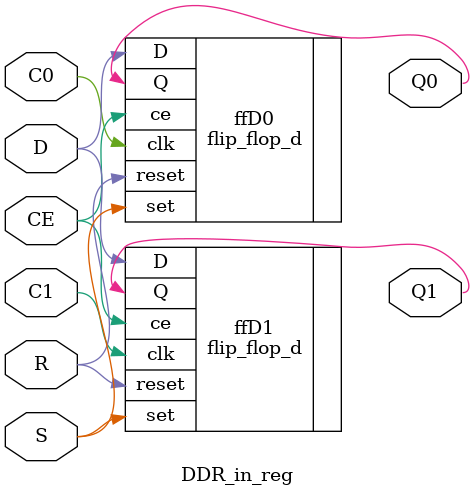
<source format=v>
module DDR_in_reg (
	input D,
	output Q0,
	input C0,
	input C1,
	input CE,
	input R,
	input S,
	output Q1
);


///////////////////////////////////////////////

flip_flop_d ffD0(
	.D(D),
	.clk(C0),
	.ce(CE),
	.reset(R),
	.set(S),
	.Q(Q0)
);


flip_flop_d ffD1(
	.D(D),
	.clk(C1),
	.ce(CE),
	.reset(R),
	.set(S),
	.Q(Q1)
);



endmodule

</source>
